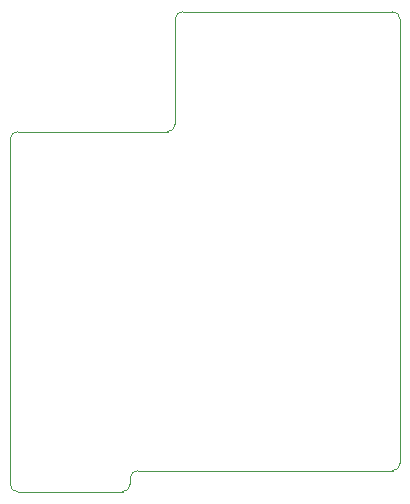
<source format=gbr>
%TF.GenerationSoftware,KiCad,Pcbnew,(5.1.9)-1*%
%TF.CreationDate,2021-10-31T12:04:18+08:00*%
%TF.ProjectId,HCT145Interposer,48435431-3435-4496-9e74-6572706f7365,rev?*%
%TF.SameCoordinates,Original*%
%TF.FileFunction,Profile,NP*%
%FSLAX46Y46*%
G04 Gerber Fmt 4.6, Leading zero omitted, Abs format (unit mm)*
G04 Created by KiCad (PCBNEW (5.1.9)-1) date 2021-10-31 12:04:18*
%MOMM*%
%LPD*%
G01*
G04 APERTURE LIST*
%TA.AperFunction,Profile*%
%ADD10C,0.050000*%
%TD*%
G04 APERTURE END LIST*
D10*
X110490000Y-116967000D02*
X110490000Y-117475000D01*
X133350000Y-115697000D02*
X133350000Y-78105000D01*
X111125000Y-116332000D02*
X132715000Y-116332000D01*
X100965000Y-118110000D02*
X109855000Y-118110000D01*
X100330000Y-88265000D02*
X100330000Y-117475000D01*
X113665000Y-87630000D02*
X100965000Y-87630000D01*
X114300000Y-78105000D02*
X114300000Y-86995000D01*
X132715000Y-77470000D02*
X114935000Y-77470000D01*
X100330000Y-88265000D02*
G75*
G02*
X100965000Y-87630000I635000J0D01*
G01*
X100965000Y-118110000D02*
G75*
G02*
X100330000Y-117475000I0J635000D01*
G01*
X110490000Y-116967000D02*
G75*
G02*
X111125000Y-116332000I635000J0D01*
G01*
X110490000Y-117475000D02*
G75*
G02*
X109855000Y-118110000I-635000J0D01*
G01*
X133350000Y-115697000D02*
G75*
G02*
X132715000Y-116332000I-635000J0D01*
G01*
X132715000Y-77470000D02*
G75*
G02*
X133350000Y-78105000I0J-635000D01*
G01*
X114300000Y-78105000D02*
G75*
G02*
X114935000Y-77470000I635000J0D01*
G01*
X114300000Y-86995000D02*
G75*
G02*
X113665000Y-87630000I-635000J0D01*
G01*
M02*

</source>
